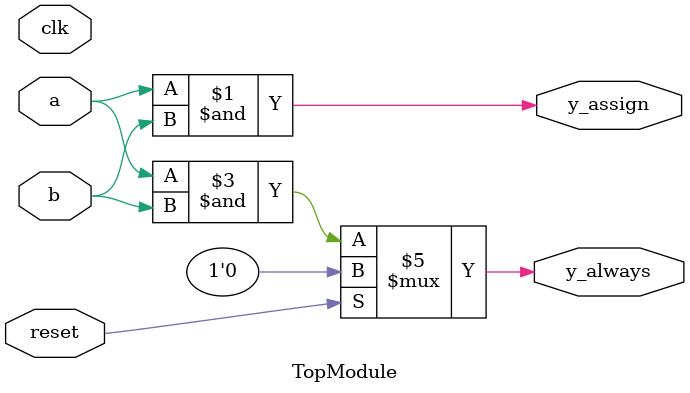
<source format=sv>
module TopModule (
    input logic a,
    input logic b,
    input logic clk,
    input logic reset,
    output logic y_assign,
    output logic y_always
);

assign y_assign = a & b;

always @(*) begin
    if (reset) begin
        y_always = 1'b0;
    end else begin
        y_always = a & b;
    end
end

endmodule
</source>
